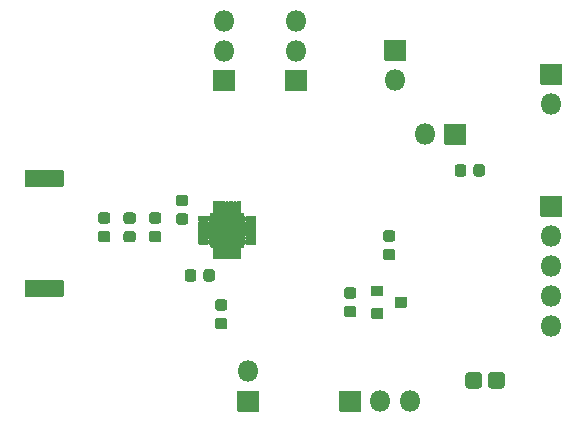
<source format=gbr>
G04 #@! TF.GenerationSoftware,KiCad,Pcbnew,(5.1.8)-1*
G04 #@! TF.CreationDate,2021-02-15T13:06:31-07:00*
G04 #@! TF.ProjectId,AS3935,41533339-3335-42e6-9b69-6361645f7063,rev?*
G04 #@! TF.SameCoordinates,Original*
G04 #@! TF.FileFunction,Soldermask,Top*
G04 #@! TF.FilePolarity,Negative*
%FSLAX46Y46*%
G04 Gerber Fmt 4.6, Leading zero omitted, Abs format (unit mm)*
G04 Created by KiCad (PCBNEW (5.1.8)-1) date 2021-02-15 13:06:31*
%MOMM*%
%LPD*%
G01*
G04 APERTURE LIST*
%ADD10O,1.802000X1.802000*%
%ADD11C,0.100000*%
G04 APERTURE END LIST*
G36*
G01*
X124686250Y-78531000D02*
X125249750Y-78531000D01*
G75*
G02*
X125494000Y-78775250I0J-244250D01*
G01*
X125494000Y-79263750D01*
G75*
G02*
X125249750Y-79508000I-244250J0D01*
G01*
X124686250Y-79508000D01*
G75*
G02*
X124442000Y-79263750I0J244250D01*
G01*
X124442000Y-78775250D01*
G75*
G02*
X124686250Y-78531000I244250J0D01*
G01*
G37*
G36*
G01*
X124686250Y-76956000D02*
X125249750Y-76956000D01*
G75*
G02*
X125494000Y-77200250I0J-244250D01*
G01*
X125494000Y-77688750D01*
G75*
G02*
X125249750Y-77933000I-244250J0D01*
G01*
X124686250Y-77933000D01*
G75*
G02*
X124442000Y-77688750I0J244250D01*
G01*
X124442000Y-77200250D01*
G75*
G02*
X124686250Y-76956000I244250J0D01*
G01*
G37*
G36*
G01*
X135401500Y-67337750D02*
X135401500Y-66774250D01*
G75*
G02*
X135645750Y-66530000I244250J0D01*
G01*
X136134250Y-66530000D01*
G75*
G02*
X136378500Y-66774250I0J-244250D01*
G01*
X136378500Y-67337750D01*
G75*
G02*
X136134250Y-67582000I-244250J0D01*
G01*
X135645750Y-67582000D01*
G75*
G02*
X135401500Y-67337750I0J244250D01*
G01*
G37*
G36*
G01*
X133826500Y-67337750D02*
X133826500Y-66774250D01*
G75*
G02*
X134070750Y-66530000I244250J0D01*
G01*
X134559250Y-66530000D01*
G75*
G02*
X134803500Y-66774250I0J-244250D01*
G01*
X134803500Y-67337750D01*
G75*
G02*
X134559250Y-67582000I-244250J0D01*
G01*
X134070750Y-67582000D01*
G75*
G02*
X133826500Y-67337750I0J244250D01*
G01*
G37*
G36*
G01*
X128769000Y-78632000D02*
X128769000Y-77832000D01*
G75*
G02*
X128820000Y-77781000I51000J0D01*
G01*
X129720000Y-77781000D01*
G75*
G02*
X129771000Y-77832000I0J-51000D01*
G01*
X129771000Y-78632000D01*
G75*
G02*
X129720000Y-78683000I-51000J0D01*
G01*
X128820000Y-78683000D01*
G75*
G02*
X128769000Y-78632000I0J51000D01*
G01*
G37*
G36*
G01*
X126769000Y-79582000D02*
X126769000Y-78782000D01*
G75*
G02*
X126820000Y-78731000I51000J0D01*
G01*
X127720000Y-78731000D01*
G75*
G02*
X127771000Y-78782000I0J-51000D01*
G01*
X127771000Y-79582000D01*
G75*
G02*
X127720000Y-79633000I-51000J0D01*
G01*
X126820000Y-79633000D01*
G75*
G02*
X126769000Y-79582000I0J51000D01*
G01*
G37*
G36*
G01*
X126769000Y-77682000D02*
X126769000Y-76882000D01*
G75*
G02*
X126820000Y-76831000I51000J0D01*
G01*
X127720000Y-76831000D01*
G75*
G02*
X127771000Y-76882000I0J-51000D01*
G01*
X127771000Y-77682000D01*
G75*
G02*
X127720000Y-77733000I-51000J0D01*
G01*
X126820000Y-77733000D01*
G75*
G02*
X126769000Y-77682000I0J51000D01*
G01*
G37*
D10*
X131318000Y-64008000D03*
G36*
G01*
X133008000Y-63107000D02*
X134708000Y-63107000D01*
G75*
G02*
X134759000Y-63158000I0J-51000D01*
G01*
X134759000Y-64858000D01*
G75*
G02*
X134708000Y-64909000I-51000J0D01*
G01*
X133008000Y-64909000D01*
G75*
G02*
X132957000Y-64858000I0J51000D01*
G01*
X132957000Y-63158000D01*
G75*
G02*
X133008000Y-63107000I51000J0D01*
G01*
G37*
G36*
G01*
X136647000Y-85267385D02*
X136647000Y-84404615D01*
G75*
G02*
X136916615Y-84135000I269615J0D01*
G01*
X137804385Y-84135000D01*
G75*
G02*
X138074000Y-84404615I0J-269615D01*
G01*
X138074000Y-85267385D01*
G75*
G02*
X137804385Y-85537000I-269615J0D01*
G01*
X136916615Y-85537000D01*
G75*
G02*
X136647000Y-85267385I0J269615D01*
G01*
G37*
G36*
G01*
X134722000Y-85267385D02*
X134722000Y-84404615D01*
G75*
G02*
X134991615Y-84135000I269615J0D01*
G01*
X135879385Y-84135000D01*
G75*
G02*
X136149000Y-84404615I0J-269615D01*
G01*
X136149000Y-85267385D01*
G75*
G02*
X135879385Y-85537000I-269615J0D01*
G01*
X134991615Y-85537000D01*
G75*
G02*
X134722000Y-85267385I0J269615D01*
G01*
G37*
G36*
G01*
X127988250Y-73705000D02*
X128551750Y-73705000D01*
G75*
G02*
X128796000Y-73949250I0J-244250D01*
G01*
X128796000Y-74437750D01*
G75*
G02*
X128551750Y-74682000I-244250J0D01*
G01*
X127988250Y-74682000D01*
G75*
G02*
X127744000Y-74437750I0J244250D01*
G01*
X127744000Y-73949250D01*
G75*
G02*
X127988250Y-73705000I244250J0D01*
G01*
G37*
G36*
G01*
X127988250Y-72130000D02*
X128551750Y-72130000D01*
G75*
G02*
X128796000Y-72374250I0J-244250D01*
G01*
X128796000Y-72862750D01*
G75*
G02*
X128551750Y-73107000I-244250J0D01*
G01*
X127988250Y-73107000D01*
G75*
G02*
X127744000Y-72862750I0J244250D01*
G01*
X127744000Y-72374250D01*
G75*
G02*
X127988250Y-72130000I244250J0D01*
G01*
G37*
G36*
G01*
X108176250Y-72181000D02*
X108739750Y-72181000D01*
G75*
G02*
X108984000Y-72425250I0J-244250D01*
G01*
X108984000Y-72913750D01*
G75*
G02*
X108739750Y-73158000I-244250J0D01*
G01*
X108176250Y-73158000D01*
G75*
G02*
X107932000Y-72913750I0J244250D01*
G01*
X107932000Y-72425250D01*
G75*
G02*
X108176250Y-72181000I244250J0D01*
G01*
G37*
G36*
G01*
X108176250Y-70606000D02*
X108739750Y-70606000D01*
G75*
G02*
X108984000Y-70850250I0J-244250D01*
G01*
X108984000Y-71338750D01*
G75*
G02*
X108739750Y-71583000I-244250J0D01*
G01*
X108176250Y-71583000D01*
G75*
G02*
X107932000Y-71338750I0J244250D01*
G01*
X107932000Y-70850250D01*
G75*
G02*
X108176250Y-70606000I244250J0D01*
G01*
G37*
G36*
G01*
X113764250Y-79547000D02*
X114327750Y-79547000D01*
G75*
G02*
X114572000Y-79791250I0J-244250D01*
G01*
X114572000Y-80279750D01*
G75*
G02*
X114327750Y-80524000I-244250J0D01*
G01*
X113764250Y-80524000D01*
G75*
G02*
X113520000Y-80279750I0J244250D01*
G01*
X113520000Y-79791250D01*
G75*
G02*
X113764250Y-79547000I244250J0D01*
G01*
G37*
G36*
G01*
X113764250Y-77972000D02*
X114327750Y-77972000D01*
G75*
G02*
X114572000Y-78216250I0J-244250D01*
G01*
X114572000Y-78704750D01*
G75*
G02*
X114327750Y-78949000I-244250J0D01*
G01*
X113764250Y-78949000D01*
G75*
G02*
X113520000Y-78704750I0J244250D01*
G01*
X113520000Y-78216250D01*
G75*
G02*
X113764250Y-77972000I244250J0D01*
G01*
G37*
G36*
G01*
X111025750Y-70084500D02*
X110462250Y-70084500D01*
G75*
G02*
X110218000Y-69840250I0J244250D01*
G01*
X110218000Y-69351750D01*
G75*
G02*
X110462250Y-69107500I244250J0D01*
G01*
X111025750Y-69107500D01*
G75*
G02*
X111270000Y-69351750I0J-244250D01*
G01*
X111270000Y-69840250D01*
G75*
G02*
X111025750Y-70084500I-244250J0D01*
G01*
G37*
G36*
G01*
X111025750Y-71659500D02*
X110462250Y-71659500D01*
G75*
G02*
X110218000Y-71415250I0J244250D01*
G01*
X110218000Y-70926750D01*
G75*
G02*
X110462250Y-70682500I244250J0D01*
G01*
X111025750Y-70682500D01*
G75*
G02*
X111270000Y-70926750I0J-244250D01*
G01*
X111270000Y-71415250D01*
G75*
G02*
X111025750Y-71659500I-244250J0D01*
G01*
G37*
G36*
G01*
X106017250Y-72181000D02*
X106580750Y-72181000D01*
G75*
G02*
X106825000Y-72425250I0J-244250D01*
G01*
X106825000Y-72913750D01*
G75*
G02*
X106580750Y-73158000I-244250J0D01*
G01*
X106017250Y-73158000D01*
G75*
G02*
X105773000Y-72913750I0J244250D01*
G01*
X105773000Y-72425250D01*
G75*
G02*
X106017250Y-72181000I244250J0D01*
G01*
G37*
G36*
G01*
X106017250Y-70606000D02*
X106580750Y-70606000D01*
G75*
G02*
X106825000Y-70850250I0J-244250D01*
G01*
X106825000Y-71338750D01*
G75*
G02*
X106580750Y-71583000I-244250J0D01*
G01*
X106017250Y-71583000D01*
G75*
G02*
X105773000Y-71338750I0J244250D01*
G01*
X105773000Y-70850250D01*
G75*
G02*
X106017250Y-70606000I244250J0D01*
G01*
G37*
G36*
G01*
X103858250Y-72181000D02*
X104421750Y-72181000D01*
G75*
G02*
X104666000Y-72425250I0J-244250D01*
G01*
X104666000Y-72913750D01*
G75*
G02*
X104421750Y-73158000I-244250J0D01*
G01*
X103858250Y-73158000D01*
G75*
G02*
X103614000Y-72913750I0J244250D01*
G01*
X103614000Y-72425250D01*
G75*
G02*
X103858250Y-72181000I244250J0D01*
G01*
G37*
G36*
G01*
X103858250Y-70606000D02*
X104421750Y-70606000D01*
G75*
G02*
X104666000Y-70850250I0J-244250D01*
G01*
X104666000Y-71338750D01*
G75*
G02*
X104421750Y-71583000I-244250J0D01*
G01*
X103858250Y-71583000D01*
G75*
G02*
X103614000Y-71338750I0J244250D01*
G01*
X103614000Y-70850250D01*
G75*
G02*
X103858250Y-70606000I244250J0D01*
G01*
G37*
G36*
G01*
X111943500Y-75664250D02*
X111943500Y-76227750D01*
G75*
G02*
X111699250Y-76472000I-244250J0D01*
G01*
X111210750Y-76472000D01*
G75*
G02*
X110966500Y-76227750I0J244250D01*
G01*
X110966500Y-75664250D01*
G75*
G02*
X111210750Y-75420000I244250J0D01*
G01*
X111699250Y-75420000D01*
G75*
G02*
X111943500Y-75664250I0J-244250D01*
G01*
G37*
G36*
G01*
X113518500Y-75664250D02*
X113518500Y-76227750D01*
G75*
G02*
X113274250Y-76472000I-244250J0D01*
G01*
X112785750Y-76472000D01*
G75*
G02*
X112541500Y-76227750I0J244250D01*
G01*
X112541500Y-75664250D01*
G75*
G02*
X112785750Y-75420000I244250J0D01*
G01*
X113274250Y-75420000D01*
G75*
G02*
X113518500Y-75664250I0J-244250D01*
G01*
G37*
X141986000Y-80264000D03*
X141986000Y-77724000D03*
X141986000Y-75184000D03*
X141986000Y-72644000D03*
G36*
G01*
X141085000Y-70954000D02*
X141085000Y-69254000D01*
G75*
G02*
X141136000Y-69203000I51000J0D01*
G01*
X142836000Y-69203000D01*
G75*
G02*
X142887000Y-69254000I0J-51000D01*
G01*
X142887000Y-70954000D01*
G75*
G02*
X142836000Y-71005000I-51000J0D01*
G01*
X141136000Y-71005000D01*
G75*
G02*
X141085000Y-70954000I0J51000D01*
G01*
G37*
X128778000Y-59436000D03*
G36*
G01*
X127877000Y-57746000D02*
X127877000Y-56046000D01*
G75*
G02*
X127928000Y-55995000I51000J0D01*
G01*
X129628000Y-55995000D01*
G75*
G02*
X129679000Y-56046000I0J-51000D01*
G01*
X129679000Y-57746000D01*
G75*
G02*
X129628000Y-57797000I-51000J0D01*
G01*
X127928000Y-57797000D01*
G75*
G02*
X127877000Y-57746000I0J51000D01*
G01*
G37*
X130048000Y-86614000D03*
X127508000Y-86614000D03*
G36*
G01*
X125818000Y-87515000D02*
X124118000Y-87515000D01*
G75*
G02*
X124067000Y-87464000I0J51000D01*
G01*
X124067000Y-85764000D01*
G75*
G02*
X124118000Y-85713000I51000J0D01*
G01*
X125818000Y-85713000D01*
G75*
G02*
X125869000Y-85764000I0J-51000D01*
G01*
X125869000Y-87464000D01*
G75*
G02*
X125818000Y-87515000I-51000J0D01*
G01*
G37*
X116332000Y-84074000D03*
G36*
G01*
X117233000Y-85764000D02*
X117233000Y-87464000D01*
G75*
G02*
X117182000Y-87515000I-51000J0D01*
G01*
X115482000Y-87515000D01*
G75*
G02*
X115431000Y-87464000I0J51000D01*
G01*
X115431000Y-85764000D01*
G75*
G02*
X115482000Y-85713000I51000J0D01*
G01*
X117182000Y-85713000D01*
G75*
G02*
X117233000Y-85764000I0J-51000D01*
G01*
G37*
X120396000Y-54366000D03*
X120396000Y-56906000D03*
G36*
G01*
X121297000Y-58596000D02*
X121297000Y-60296000D01*
G75*
G02*
X121246000Y-60347000I-51000J0D01*
G01*
X119546000Y-60347000D01*
G75*
G02*
X119495000Y-60296000I0J51000D01*
G01*
X119495000Y-58596000D01*
G75*
G02*
X119546000Y-58545000I51000J0D01*
G01*
X121246000Y-58545000D01*
G75*
G02*
X121297000Y-58596000I0J-51000D01*
G01*
G37*
X114300000Y-54366000D03*
X114300000Y-56906000D03*
G36*
G01*
X115201000Y-58596000D02*
X115201000Y-60296000D01*
G75*
G02*
X115150000Y-60347000I-51000J0D01*
G01*
X113450000Y-60347000D01*
G75*
G02*
X113399000Y-60296000I0J51000D01*
G01*
X113399000Y-58596000D01*
G75*
G02*
X113450000Y-58545000I51000J0D01*
G01*
X115150000Y-58545000D01*
G75*
G02*
X115201000Y-58596000I0J-51000D01*
G01*
G37*
X141986000Y-61468000D03*
G36*
G01*
X141085000Y-59778000D02*
X141085000Y-58078000D01*
G75*
G02*
X141136000Y-58027000I51000J0D01*
G01*
X142836000Y-58027000D01*
G75*
G02*
X142887000Y-58078000I0J-51000D01*
G01*
X142887000Y-59778000D01*
G75*
G02*
X142836000Y-59829000I-51000J0D01*
G01*
X141136000Y-59829000D01*
G75*
G02*
X141085000Y-59778000I0J51000D01*
G01*
G37*
G36*
G01*
X113103000Y-73536000D02*
X113103000Y-70736000D01*
G75*
G02*
X113154000Y-70685000I51000J0D01*
G01*
X115954000Y-70685000D01*
G75*
G02*
X116005000Y-70736000I0J-51000D01*
G01*
X116005000Y-73536000D01*
G75*
G02*
X115954000Y-73587000I-51000J0D01*
G01*
X113154000Y-73587000D01*
G75*
G02*
X113103000Y-73536000I0J51000D01*
G01*
G37*
G36*
G01*
X113353000Y-70536000D02*
X113353000Y-69736000D01*
G75*
G02*
X113404000Y-69685000I51000J0D01*
G01*
X113754000Y-69685000D01*
G75*
G02*
X113805000Y-69736000I0J-51000D01*
G01*
X113805000Y-70536000D01*
G75*
G02*
X113754000Y-70587000I-51000J0D01*
G01*
X113404000Y-70587000D01*
G75*
G02*
X113353000Y-70536000I0J51000D01*
G01*
G37*
G36*
G01*
X114003000Y-70536000D02*
X114003000Y-69736000D01*
G75*
G02*
X114054000Y-69685000I51000J0D01*
G01*
X114404000Y-69685000D01*
G75*
G02*
X114455000Y-69736000I0J-51000D01*
G01*
X114455000Y-70536000D01*
G75*
G02*
X114404000Y-70587000I-51000J0D01*
G01*
X114054000Y-70587000D01*
G75*
G02*
X114003000Y-70536000I0J51000D01*
G01*
G37*
G36*
G01*
X114653000Y-70536000D02*
X114653000Y-69736000D01*
G75*
G02*
X114704000Y-69685000I51000J0D01*
G01*
X115054000Y-69685000D01*
G75*
G02*
X115105000Y-69736000I0J-51000D01*
G01*
X115105000Y-70536000D01*
G75*
G02*
X115054000Y-70587000I-51000J0D01*
G01*
X114704000Y-70587000D01*
G75*
G02*
X114653000Y-70536000I0J51000D01*
G01*
G37*
G36*
G01*
X115303000Y-70536000D02*
X115303000Y-69736000D01*
G75*
G02*
X115354000Y-69685000I51000J0D01*
G01*
X115704000Y-69685000D01*
G75*
G02*
X115755000Y-69736000I0J-51000D01*
G01*
X115755000Y-70536000D01*
G75*
G02*
X115704000Y-70587000I-51000J0D01*
G01*
X115354000Y-70587000D01*
G75*
G02*
X115303000Y-70536000I0J51000D01*
G01*
G37*
G36*
G01*
X116954000Y-71387000D02*
X116154000Y-71387000D01*
G75*
G02*
X116103000Y-71336000I0J51000D01*
G01*
X116103000Y-70986000D01*
G75*
G02*
X116154000Y-70935000I51000J0D01*
G01*
X116954000Y-70935000D01*
G75*
G02*
X117005000Y-70986000I0J-51000D01*
G01*
X117005000Y-71336000D01*
G75*
G02*
X116954000Y-71387000I-51000J0D01*
G01*
G37*
G36*
G01*
X116954000Y-72037000D02*
X116154000Y-72037000D01*
G75*
G02*
X116103000Y-71986000I0J51000D01*
G01*
X116103000Y-71636000D01*
G75*
G02*
X116154000Y-71585000I51000J0D01*
G01*
X116954000Y-71585000D01*
G75*
G02*
X117005000Y-71636000I0J-51000D01*
G01*
X117005000Y-71986000D01*
G75*
G02*
X116954000Y-72037000I-51000J0D01*
G01*
G37*
G36*
G01*
X116954000Y-72687000D02*
X116154000Y-72687000D01*
G75*
G02*
X116103000Y-72636000I0J51000D01*
G01*
X116103000Y-72286000D01*
G75*
G02*
X116154000Y-72235000I51000J0D01*
G01*
X116954000Y-72235000D01*
G75*
G02*
X117005000Y-72286000I0J-51000D01*
G01*
X117005000Y-72636000D01*
G75*
G02*
X116954000Y-72687000I-51000J0D01*
G01*
G37*
G36*
G01*
X116954000Y-73337000D02*
X116154000Y-73337000D01*
G75*
G02*
X116103000Y-73286000I0J51000D01*
G01*
X116103000Y-72936000D01*
G75*
G02*
X116154000Y-72885000I51000J0D01*
G01*
X116954000Y-72885000D01*
G75*
G02*
X117005000Y-72936000I0J-51000D01*
G01*
X117005000Y-73286000D01*
G75*
G02*
X116954000Y-73337000I-51000J0D01*
G01*
G37*
G36*
G01*
X115303000Y-74536000D02*
X115303000Y-73736000D01*
G75*
G02*
X115354000Y-73685000I51000J0D01*
G01*
X115704000Y-73685000D01*
G75*
G02*
X115755000Y-73736000I0J-51000D01*
G01*
X115755000Y-74536000D01*
G75*
G02*
X115704000Y-74587000I-51000J0D01*
G01*
X115354000Y-74587000D01*
G75*
G02*
X115303000Y-74536000I0J51000D01*
G01*
G37*
G36*
G01*
X114653000Y-74536000D02*
X114653000Y-73736000D01*
G75*
G02*
X114704000Y-73685000I51000J0D01*
G01*
X115054000Y-73685000D01*
G75*
G02*
X115105000Y-73736000I0J-51000D01*
G01*
X115105000Y-74536000D01*
G75*
G02*
X115054000Y-74587000I-51000J0D01*
G01*
X114704000Y-74587000D01*
G75*
G02*
X114653000Y-74536000I0J51000D01*
G01*
G37*
G36*
G01*
X114003000Y-74536000D02*
X114003000Y-73736000D01*
G75*
G02*
X114054000Y-73685000I51000J0D01*
G01*
X114404000Y-73685000D01*
G75*
G02*
X114455000Y-73736000I0J-51000D01*
G01*
X114455000Y-74536000D01*
G75*
G02*
X114404000Y-74587000I-51000J0D01*
G01*
X114054000Y-74587000D01*
G75*
G02*
X114003000Y-74536000I0J51000D01*
G01*
G37*
G36*
G01*
X113353000Y-74536000D02*
X113353000Y-73736000D01*
G75*
G02*
X113404000Y-73685000I51000J0D01*
G01*
X113754000Y-73685000D01*
G75*
G02*
X113805000Y-73736000I0J-51000D01*
G01*
X113805000Y-74536000D01*
G75*
G02*
X113754000Y-74587000I-51000J0D01*
G01*
X113404000Y-74587000D01*
G75*
G02*
X113353000Y-74536000I0J51000D01*
G01*
G37*
G36*
G01*
X112954000Y-73337000D02*
X112154000Y-73337000D01*
G75*
G02*
X112103000Y-73286000I0J51000D01*
G01*
X112103000Y-72936000D01*
G75*
G02*
X112154000Y-72885000I51000J0D01*
G01*
X112954000Y-72885000D01*
G75*
G02*
X113005000Y-72936000I0J-51000D01*
G01*
X113005000Y-73286000D01*
G75*
G02*
X112954000Y-73337000I-51000J0D01*
G01*
G37*
G36*
G01*
X112954000Y-72687000D02*
X112154000Y-72687000D01*
G75*
G02*
X112103000Y-72636000I0J51000D01*
G01*
X112103000Y-72286000D01*
G75*
G02*
X112154000Y-72235000I51000J0D01*
G01*
X112954000Y-72235000D01*
G75*
G02*
X113005000Y-72286000I0J-51000D01*
G01*
X113005000Y-72636000D01*
G75*
G02*
X112954000Y-72687000I-51000J0D01*
G01*
G37*
G36*
G01*
X112954000Y-72037000D02*
X112154000Y-72037000D01*
G75*
G02*
X112103000Y-71986000I0J51000D01*
G01*
X112103000Y-71636000D01*
G75*
G02*
X112154000Y-71585000I51000J0D01*
G01*
X112954000Y-71585000D01*
G75*
G02*
X113005000Y-71636000I0J-51000D01*
G01*
X113005000Y-71986000D01*
G75*
G02*
X112954000Y-72037000I-51000J0D01*
G01*
G37*
G36*
G01*
X112954000Y-71387000D02*
X112154000Y-71387000D01*
G75*
G02*
X112103000Y-71336000I0J51000D01*
G01*
X112103000Y-70986000D01*
G75*
G02*
X112154000Y-70935000I51000J0D01*
G01*
X112954000Y-70935000D01*
G75*
G02*
X113005000Y-70986000I0J-51000D01*
G01*
X113005000Y-71336000D01*
G75*
G02*
X112954000Y-71387000I-51000J0D01*
G01*
G37*
G36*
G01*
X100660000Y-68441000D02*
X97460000Y-68441000D01*
G75*
G02*
X97409000Y-68390000I0J51000D01*
G01*
X97409000Y-67090000D01*
G75*
G02*
X97460000Y-67039000I51000J0D01*
G01*
X100660000Y-67039000D01*
G75*
G02*
X100711000Y-67090000I0J-51000D01*
G01*
X100711000Y-68390000D01*
G75*
G02*
X100660000Y-68441000I-51000J0D01*
G01*
G37*
G36*
G01*
X100660000Y-77741000D02*
X97460000Y-77741000D01*
G75*
G02*
X97409000Y-77690000I0J51000D01*
G01*
X97409000Y-76390000D01*
G75*
G02*
X97460000Y-76339000I51000J0D01*
G01*
X100660000Y-76339000D01*
G75*
G02*
X100711000Y-76390000I0J-51000D01*
G01*
X100711000Y-77690000D01*
G75*
G02*
X100660000Y-77741000I-51000J0D01*
G01*
G37*
D11*
G36*
X115881731Y-73586000D02*
G01*
X115881731Y-73588000D01*
X115880195Y-73588990D01*
X115856008Y-73591372D01*
X115832933Y-73598372D01*
X115811669Y-73609737D01*
X115793032Y-73625032D01*
X115777737Y-73643669D01*
X115766372Y-73664933D01*
X115759372Y-73688008D01*
X115756990Y-73712195D01*
X115755825Y-73713821D01*
X115753835Y-73713625D01*
X115753000Y-73711999D01*
X115753000Y-73687000D01*
X115305000Y-73687000D01*
X115305000Y-74587000D01*
X115304000Y-74588732D01*
X115303000Y-74589000D01*
X115105000Y-74589000D01*
X115103268Y-74588000D01*
X115103000Y-74587000D01*
X115103000Y-73687000D01*
X114655000Y-73687000D01*
X114655000Y-74587000D01*
X114654000Y-74588732D01*
X114653000Y-74589000D01*
X114455000Y-74589000D01*
X114453268Y-74588000D01*
X114453000Y-74587000D01*
X114453000Y-73687000D01*
X114005000Y-73687000D01*
X114005000Y-74587000D01*
X114004000Y-74588732D01*
X114003000Y-74589000D01*
X113805000Y-74589000D01*
X113803268Y-74588000D01*
X113803000Y-74587000D01*
X113803000Y-73687000D01*
X113355000Y-73687000D01*
X113355000Y-73711999D01*
X113354000Y-73713731D01*
X113352000Y-73713731D01*
X113351010Y-73712195D01*
X113348628Y-73688008D01*
X113341628Y-73664933D01*
X113330263Y-73643669D01*
X113314968Y-73625032D01*
X113296331Y-73609737D01*
X113275067Y-73598372D01*
X113251992Y-73591372D01*
X113227805Y-73588990D01*
X113226179Y-73587825D01*
X113226375Y-73585835D01*
X113228001Y-73585000D01*
X115879999Y-73585000D01*
X115881731Y-73586000D01*
G37*
G36*
X116006990Y-70809805D02*
G01*
X116009372Y-70833992D01*
X116016372Y-70857067D01*
X116027737Y-70878331D01*
X116043032Y-70896968D01*
X116061669Y-70912263D01*
X116082933Y-70923628D01*
X116106008Y-70930628D01*
X116130195Y-70933010D01*
X116131821Y-70934175D01*
X116131625Y-70936165D01*
X116129999Y-70937000D01*
X116105000Y-70937000D01*
X116105000Y-71385000D01*
X117005000Y-71385000D01*
X117006732Y-71386000D01*
X117007000Y-71387000D01*
X117007000Y-71585000D01*
X117006000Y-71586732D01*
X117005000Y-71587000D01*
X116105000Y-71587000D01*
X116105000Y-72035000D01*
X117005000Y-72035000D01*
X117006732Y-72036000D01*
X117007000Y-72037000D01*
X117007000Y-72235000D01*
X117006000Y-72236732D01*
X117005000Y-72237000D01*
X116105000Y-72237000D01*
X116105000Y-72685000D01*
X117005000Y-72685000D01*
X117006732Y-72686000D01*
X117007000Y-72687000D01*
X117007000Y-72885000D01*
X117006000Y-72886732D01*
X117005000Y-72887000D01*
X116105000Y-72887000D01*
X116105000Y-73335000D01*
X116129999Y-73335000D01*
X116131731Y-73336000D01*
X116131731Y-73338000D01*
X116130195Y-73338990D01*
X116106008Y-73341372D01*
X116082933Y-73348372D01*
X116061669Y-73359737D01*
X116043032Y-73375032D01*
X116027737Y-73393669D01*
X116016372Y-73414933D01*
X116009372Y-73438008D01*
X116006990Y-73462195D01*
X116005825Y-73463821D01*
X116003835Y-73463625D01*
X116003000Y-73461999D01*
X116003000Y-70810001D01*
X116004000Y-70808269D01*
X116006000Y-70808269D01*
X116006990Y-70809805D01*
G37*
G36*
X113104165Y-70808375D02*
G01*
X113105000Y-70810001D01*
X113105000Y-73461999D01*
X113104000Y-73463731D01*
X113102000Y-73463731D01*
X113101010Y-73462195D01*
X113098628Y-73438008D01*
X113091628Y-73414933D01*
X113080263Y-73393669D01*
X113064968Y-73375032D01*
X113046331Y-73359737D01*
X113025067Y-73348372D01*
X113001992Y-73341372D01*
X112977805Y-73338990D01*
X112976179Y-73337825D01*
X112976375Y-73335835D01*
X112978001Y-73335000D01*
X113003000Y-73335000D01*
X113003000Y-72887000D01*
X112103000Y-72887000D01*
X112101268Y-72886000D01*
X112101000Y-72885000D01*
X112101000Y-72687000D01*
X112102000Y-72685268D01*
X112103000Y-72685000D01*
X113003000Y-72685000D01*
X113003000Y-72237000D01*
X112103000Y-72237000D01*
X112101268Y-72236000D01*
X112101000Y-72235000D01*
X112101000Y-72037000D01*
X112102000Y-72035268D01*
X112103000Y-72035000D01*
X113003000Y-72035000D01*
X113003000Y-71587000D01*
X112103000Y-71587000D01*
X112101268Y-71586000D01*
X112101000Y-71585000D01*
X112101000Y-71387000D01*
X112102000Y-71385268D01*
X112103000Y-71385000D01*
X113003000Y-71385000D01*
X113003000Y-70937000D01*
X112978001Y-70937000D01*
X112976269Y-70936000D01*
X112976269Y-70934000D01*
X112977805Y-70933010D01*
X113001992Y-70930628D01*
X113025067Y-70923628D01*
X113046331Y-70912263D01*
X113064968Y-70896968D01*
X113080263Y-70878331D01*
X113091628Y-70857067D01*
X113098628Y-70833992D01*
X113101010Y-70809805D01*
X113102175Y-70808179D01*
X113104165Y-70808375D01*
G37*
G36*
X115304732Y-69684000D02*
G01*
X115305000Y-69685000D01*
X115305000Y-70585000D01*
X115753000Y-70585000D01*
X115753000Y-70560001D01*
X115754000Y-70558269D01*
X115756000Y-70558269D01*
X115756990Y-70559805D01*
X115759372Y-70583992D01*
X115766372Y-70607067D01*
X115777737Y-70628331D01*
X115793032Y-70646968D01*
X115811669Y-70662263D01*
X115832933Y-70673628D01*
X115856008Y-70680628D01*
X115880195Y-70683010D01*
X115881821Y-70684175D01*
X115881625Y-70686165D01*
X115879999Y-70687000D01*
X113228001Y-70687000D01*
X113226269Y-70686000D01*
X113226269Y-70684000D01*
X113227805Y-70683010D01*
X113251992Y-70680628D01*
X113275067Y-70673628D01*
X113296331Y-70662263D01*
X113314968Y-70646968D01*
X113330263Y-70628331D01*
X113341628Y-70607067D01*
X113348628Y-70583992D01*
X113351010Y-70559805D01*
X113352175Y-70558179D01*
X113354165Y-70558375D01*
X113355000Y-70560001D01*
X113355000Y-70585000D01*
X113803000Y-70585000D01*
X113803000Y-69687000D01*
X114005000Y-69687000D01*
X114005000Y-70585000D01*
X114453000Y-70585000D01*
X114453000Y-69687000D01*
X114655000Y-69687000D01*
X114655000Y-70585000D01*
X115103000Y-70585000D01*
X115103000Y-69687000D01*
X114655000Y-69687000D01*
X114453000Y-69687000D01*
X114005000Y-69687000D01*
X113803000Y-69687000D01*
X113803000Y-69685000D01*
X113804000Y-69683268D01*
X113805000Y-69683000D01*
X115303000Y-69683000D01*
X115304732Y-69684000D01*
G37*
M02*

</source>
